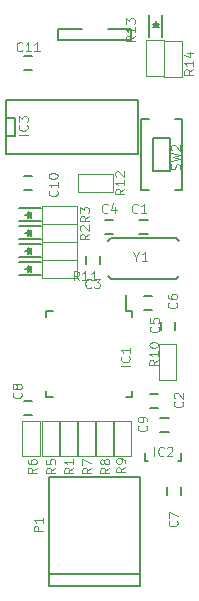
<source format=gto>
G04 #@! TF.FileFunction,Legend,Top*
%FSLAX46Y46*%
G04 Gerber Fmt 4.6, Leading zero omitted, Abs format (unit mm)*
G04 Created by KiCad (PCBNEW 4.0.0-rc2-stable) date 17/02/2016 11:29:09*
%MOMM*%
G01*
G04 APERTURE LIST*
%ADD10C,0.100000*%
%ADD11C,0.150000*%
%ADD12C,0.105000*%
G04 APERTURE END LIST*
D10*
D11*
X84990360Y89877900D02*
X85752360Y89877900D01*
X85752360Y89877900D02*
X85752360Y88353900D01*
X85752360Y88353900D02*
X84990360Y88353900D01*
X96166360Y91401900D02*
X96166360Y86829900D01*
X96166360Y86829900D02*
X84990360Y86829900D01*
X84990360Y86829900D02*
X84990360Y91401900D01*
X84990360Y91401900D02*
X96166360Y91401900D01*
D10*
X96872360Y96457900D02*
X96872360Y93457900D01*
X96872360Y93457900D02*
X98372360Y93457900D01*
X98372360Y93457900D02*
X98372360Y96457900D01*
X98372360Y96457900D02*
X96872360Y96457900D01*
D11*
X93403360Y81279900D02*
X94103360Y81279900D01*
X94103360Y80079900D02*
X93403360Y80079900D01*
X92956360Y78235900D02*
X92956360Y77535900D01*
X91756360Y77535900D02*
X91756360Y78235900D01*
X93924360Y79762900D02*
X93674360Y79512900D01*
X99424360Y79762900D02*
X93924360Y79762900D01*
X99674360Y79512900D02*
X99424360Y79762900D01*
X99424360Y76262900D02*
X99674360Y76512900D01*
X96674360Y76262900D02*
X99424360Y76262900D01*
X93924360Y76262900D02*
X93674360Y76512900D01*
X96674360Y76262900D02*
X93924360Y76262900D01*
X95695360Y73537900D02*
X95170360Y73537900D01*
X95695360Y66287900D02*
X95170360Y66287900D01*
X88445360Y66287900D02*
X88970360Y66287900D01*
X88445360Y73537900D02*
X88970360Y73537900D01*
X95695360Y73537900D02*
X95695360Y73012900D01*
X88445360Y73537900D02*
X88445360Y73012900D01*
X88445360Y66287900D02*
X88445360Y66812900D01*
X95695360Y66287900D02*
X95695360Y66812900D01*
X95170360Y73537900D02*
X95170360Y74912900D01*
X98102360Y64515900D02*
X98802360Y64515900D01*
X98802360Y63315900D02*
X98102360Y63315900D01*
X87995360Y77673900D02*
X86095360Y77673900D01*
X87995360Y76573900D02*
X86095360Y76573900D01*
X87095360Y77123900D02*
X86645360Y77123900D01*
X87145360Y76873900D02*
X87145360Y77373900D01*
X87145360Y77123900D02*
X86895360Y76873900D01*
X86895360Y76873900D02*
X86895360Y77373900D01*
X86895360Y77373900D02*
X87145360Y77123900D01*
X88637800Y51289560D02*
X96339080Y51289560D01*
X88637800Y50288800D02*
X96339080Y50288800D01*
X96339080Y50288800D02*
X96339080Y59488680D01*
X96339080Y59488680D02*
X88637800Y59488680D01*
X88637800Y59488680D02*
X88637800Y50288800D01*
X97024360Y80079900D02*
X96324360Y80079900D01*
X96324360Y81279900D02*
X97024360Y81279900D01*
X97913360Y65347900D02*
X97213360Y65347900D01*
X97213360Y66547900D02*
X97913360Y66547900D01*
X99306360Y72647900D02*
X99306360Y71947900D01*
X98106360Y71947900D02*
X98106360Y72647900D01*
X97405360Y73602900D02*
X96705360Y73602900D01*
X96705360Y74802900D02*
X97405360Y74802900D01*
X98614360Y57977900D02*
X98614360Y58677900D01*
X99814360Y58677900D02*
X99814360Y57977900D01*
X87245360Y64712900D02*
X86545360Y64712900D01*
X86545360Y65912900D02*
X87245360Y65912900D01*
X86545360Y84962900D02*
X87245360Y84962900D01*
X87245360Y83762900D02*
X86545360Y83762900D01*
X86545360Y95122900D02*
X87245360Y95122900D01*
X87245360Y93922900D02*
X86545360Y93922900D01*
X87995360Y80721900D02*
X86095360Y80721900D01*
X87995360Y79621900D02*
X86095360Y79621900D01*
X87095360Y80171900D02*
X86645360Y80171900D01*
X87145360Y79921900D02*
X87145360Y80421900D01*
X87145360Y80171900D02*
X86895360Y79921900D01*
X86895360Y79921900D02*
X86895360Y80421900D01*
X86895360Y80421900D02*
X87145360Y80171900D01*
X87995360Y82245900D02*
X86095360Y82245900D01*
X87995360Y81145900D02*
X86095360Y81145900D01*
X87095360Y81695900D02*
X86645360Y81695900D01*
X87145360Y81445900D02*
X87145360Y81945900D01*
X87145360Y81695900D02*
X86895360Y81445900D01*
X86895360Y81445900D02*
X86895360Y81945900D01*
X86895360Y81945900D02*
X87145360Y81695900D01*
X87995360Y79197900D02*
X86095360Y79197900D01*
X87995360Y78097900D02*
X86095360Y78097900D01*
X87095360Y78647900D02*
X86645360Y78647900D01*
X87145360Y78397900D02*
X87145360Y78897900D01*
X87145360Y78647900D02*
X86895360Y78397900D01*
X86895360Y78397900D02*
X86895360Y78897900D01*
X86895360Y78897900D02*
X87145360Y78647900D01*
X98240360Y96749746D02*
X98240360Y98649746D01*
X97140360Y96749746D02*
X97140360Y98649746D01*
X97690360Y97649746D02*
X97690360Y98099746D01*
X97440360Y97599746D02*
X97940360Y97599746D01*
X97690360Y97599746D02*
X97440360Y97849746D01*
X97440360Y97849746D02*
X97940360Y97849746D01*
X97940360Y97849746D02*
X97690360Y97599746D01*
X97026200Y60852660D02*
X97074460Y60852660D01*
X99825180Y61553700D02*
X99825180Y60852660D01*
X99825180Y60852660D02*
X99576260Y60852660D01*
X97026200Y60852660D02*
X96825540Y60852660D01*
X96825540Y60852660D02*
X96825540Y61553700D01*
X98898360Y88173900D02*
X98898360Y85373900D01*
X98898360Y85373900D02*
X97498360Y85373900D01*
X97498360Y85373900D02*
X97498360Y88173900D01*
X97498360Y88173900D02*
X98898360Y88173900D01*
X99948360Y83773900D02*
X99298360Y83773900D01*
X96448360Y83773900D02*
X97098360Y83773900D01*
X97098360Y89773900D02*
X96448360Y89773900D01*
X99948360Y89773900D02*
X99298360Y89773900D01*
X99948360Y83773900D02*
X99948360Y89773900D01*
X96448360Y89773900D02*
X96448360Y83773900D01*
D10*
X86399360Y64272900D02*
X86399360Y61272900D01*
X86399360Y61272900D02*
X87899360Y61272900D01*
X87899360Y61272900D02*
X87899360Y64272900D01*
X87899360Y64272900D02*
X86399360Y64272900D01*
X92598360Y61272900D02*
X92598360Y64272900D01*
X92598360Y64272900D02*
X91098360Y64272900D01*
X91098360Y64272900D02*
X91098360Y61272900D01*
X91098360Y61272900D02*
X92598360Y61272900D01*
X94122360Y61272900D02*
X94122360Y64272900D01*
X94122360Y64272900D02*
X92622360Y64272900D01*
X92622360Y64272900D02*
X92622360Y61272900D01*
X92622360Y61272900D02*
X94122360Y61272900D01*
X94146360Y64272900D02*
X94146360Y61272900D01*
X94146360Y61272900D02*
X95646360Y61272900D01*
X95646360Y61272900D02*
X95646360Y64272900D01*
X95646360Y64272900D02*
X94146360Y64272900D01*
X89574360Y64272900D02*
X89574360Y61272900D01*
X89574360Y61272900D02*
X91074360Y61272900D01*
X91074360Y61272900D02*
X91074360Y64272900D01*
X91074360Y64272900D02*
X89574360Y64272900D01*
X89550360Y61272900D02*
X89550360Y64272900D01*
X89550360Y64272900D02*
X88050360Y64272900D01*
X88050360Y64272900D02*
X88050360Y61272900D01*
X88050360Y61272900D02*
X89550360Y61272900D01*
X99896360Y93403900D02*
X99896360Y96403900D01*
X99896360Y96403900D02*
X98396360Y96403900D01*
X98396360Y96403900D02*
X98396360Y93403900D01*
X98396360Y93403900D02*
X99896360Y93403900D01*
X91062360Y80921900D02*
X88062360Y80921900D01*
X88062360Y80921900D02*
X88062360Y79421900D01*
X88062360Y79421900D02*
X91062360Y79421900D01*
X91062360Y79421900D02*
X91062360Y80921900D01*
X91062360Y82445900D02*
X88062360Y82445900D01*
X88062360Y82445900D02*
X88062360Y80945900D01*
X88062360Y80945900D02*
X91062360Y80945900D01*
X91062360Y80945900D02*
X91062360Y82445900D01*
X91065360Y79397900D02*
X88065360Y79397900D01*
X88065360Y79397900D02*
X88065360Y77897900D01*
X88065360Y77897900D02*
X91065360Y77897900D01*
X91065360Y77897900D02*
X91065360Y79397900D01*
X91065360Y77873900D02*
X88065360Y77873900D01*
X88065360Y77873900D02*
X88065360Y76373900D01*
X88065360Y76373900D02*
X91065360Y76373900D01*
X91065360Y76373900D02*
X91065360Y77873900D01*
X94110360Y85112900D02*
X91110360Y85112900D01*
X91110360Y85112900D02*
X91110360Y83612900D01*
X91110360Y83612900D02*
X94110360Y83612900D01*
X94110360Y83612900D02*
X94110360Y85112900D01*
X99456360Y67749900D02*
X99456360Y70749900D01*
X99456360Y70749900D02*
X97956360Y70749900D01*
X97956360Y70749900D02*
X97956360Y67749900D01*
X97956360Y67749900D02*
X99456360Y67749900D01*
D11*
X95642360Y96489900D02*
X95642360Y97389900D01*
X89442360Y96489900D02*
X89442360Y97389900D01*
X89442360Y97389900D02*
X91442360Y97389900D01*
X95642360Y97389900D02*
X93642360Y97389900D01*
X95642360Y96489900D02*
X89442360Y96489900D01*
D12*
X86863670Y88489126D02*
X86091510Y88489126D01*
X86790131Y89298055D02*
X86826901Y89261285D01*
X86863670Y89150977D01*
X86863670Y89077438D01*
X86826901Y88967129D01*
X86753362Y88893590D01*
X86679823Y88856821D01*
X86532745Y88820051D01*
X86422436Y88820051D01*
X86275358Y88856821D01*
X86201819Y88893590D01*
X86128280Y88967129D01*
X86091510Y89077438D01*
X86091510Y89150977D01*
X86128280Y89261285D01*
X86165050Y89298055D01*
X86091510Y89555442D02*
X86091510Y90033445D01*
X86385667Y89776059D01*
X86385667Y89886367D01*
X86422436Y89959906D01*
X86459206Y89996676D01*
X86532745Y90033445D01*
X86716592Y90033445D01*
X86790131Y89996676D01*
X86826901Y89959906D01*
X86863670Y89886367D01*
X86863670Y89665750D01*
X86826901Y89592211D01*
X86790131Y89555442D01*
X95934590Y96852982D02*
X95566895Y96595595D01*
X95934590Y96411748D02*
X95162430Y96411748D01*
X95162430Y96705904D01*
X95199200Y96779443D01*
X95235970Y96816212D01*
X95309509Y96852982D01*
X95419817Y96852982D01*
X95493356Y96816212D01*
X95530126Y96779443D01*
X95566895Y96705904D01*
X95566895Y96411748D01*
X95934590Y97588372D02*
X95934590Y97147138D01*
X95934590Y97367755D02*
X95162430Y97367755D01*
X95272739Y97294216D01*
X95346278Y97220677D01*
X95383048Y97147138D01*
X95162430Y97845759D02*
X95162430Y98323762D01*
X95456587Y98066376D01*
X95456587Y98176684D01*
X95493356Y98250223D01*
X95530126Y98286993D01*
X95603665Y98323762D01*
X95787512Y98323762D01*
X95861051Y98286993D01*
X95897821Y98250223D01*
X95934590Y98176684D01*
X95934590Y97956067D01*
X95897821Y97882528D01*
X95861051Y97845759D01*
X93624667Y81928129D02*
X93587897Y81891359D01*
X93477589Y81854590D01*
X93404050Y81854590D01*
X93293741Y81891359D01*
X93220202Y81964898D01*
X93183433Y82038437D01*
X93146663Y82185515D01*
X93146663Y82295824D01*
X93183433Y82442902D01*
X93220202Y82516441D01*
X93293741Y82589980D01*
X93404050Y82626750D01*
X93477589Y82626750D01*
X93587897Y82589980D01*
X93624667Y82553210D01*
X94286518Y82369363D02*
X94286518Y81854590D01*
X94102671Y82663519D02*
X93918823Y82111976D01*
X94396827Y82111976D01*
X92227667Y75578129D02*
X92190897Y75541359D01*
X92080589Y75504590D01*
X92007050Y75504590D01*
X91896741Y75541359D01*
X91823202Y75614898D01*
X91786433Y75688437D01*
X91749663Y75835515D01*
X91749663Y75945824D01*
X91786433Y76092902D01*
X91823202Y76166441D01*
X91896741Y76239980D01*
X92007050Y76276750D01*
X92080589Y76276750D01*
X92190897Y76239980D01*
X92227667Y76203210D01*
X92485054Y76276750D02*
X92963057Y76276750D01*
X92705671Y75982593D01*
X92815979Y75982593D01*
X92889518Y75945824D01*
X92926288Y75909054D01*
X92963057Y75835515D01*
X92963057Y75651668D01*
X92926288Y75578129D01*
X92889518Y75541359D01*
X92815979Y75504590D01*
X92595362Y75504590D01*
X92521823Y75541359D01*
X92485054Y75578129D01*
X96056666Y78158285D02*
X96056666Y77790590D01*
X95799279Y78562750D02*
X96056666Y78158285D01*
X96314052Y78562750D01*
X96975903Y77790590D02*
X96534669Y77790590D01*
X96755286Y77790590D02*
X96755286Y78562750D01*
X96681747Y78452441D01*
X96608208Y78378902D01*
X96534669Y78342132D01*
X95513670Y68905126D02*
X94741510Y68905126D01*
X95440131Y69714055D02*
X95476901Y69677285D01*
X95513670Y69566977D01*
X95513670Y69493438D01*
X95476901Y69383129D01*
X95403362Y69309590D01*
X95329823Y69272821D01*
X95182745Y69236051D01*
X95072436Y69236051D01*
X94925358Y69272821D01*
X94851819Y69309590D01*
X94778280Y69383129D01*
X94741510Y69493438D01*
X94741510Y69566977D01*
X94778280Y69677285D01*
X94815050Y69714055D01*
X95513670Y70449445D02*
X95513670Y70008211D01*
X95513670Y70228828D02*
X94741510Y70228828D01*
X94851819Y70155289D01*
X94925358Y70081750D01*
X94962128Y70008211D01*
X96882131Y63841207D02*
X96918901Y63804437D01*
X96955670Y63694129D01*
X96955670Y63620590D01*
X96918901Y63510281D01*
X96845362Y63436742D01*
X96771823Y63399973D01*
X96624745Y63363203D01*
X96514436Y63363203D01*
X96367358Y63399973D01*
X96293819Y63436742D01*
X96220280Y63510281D01*
X96183510Y63620590D01*
X96183510Y63694129D01*
X96220280Y63804437D01*
X96257050Y63841207D01*
X96955670Y64208902D02*
X96955670Y64355980D01*
X96918901Y64429519D01*
X96882131Y64466289D01*
X96771823Y64539828D01*
X96624745Y64576597D01*
X96330589Y64576597D01*
X96257050Y64539828D01*
X96220280Y64503058D01*
X96183510Y64429519D01*
X96183510Y64282441D01*
X96220280Y64208902D01*
X96257050Y64172133D01*
X96330589Y64135363D01*
X96514436Y64135363D01*
X96587975Y64172133D01*
X96624745Y64208902D01*
X96661514Y64282441D01*
X96661514Y64429519D01*
X96624745Y64503058D01*
X96587975Y64539828D01*
X96514436Y64576597D01*
X88138750Y54890813D02*
X87366590Y54890813D01*
X87366590Y55184969D01*
X87403360Y55258508D01*
X87440130Y55295277D01*
X87513669Y55332047D01*
X87623977Y55332047D01*
X87697516Y55295277D01*
X87734286Y55258508D01*
X87771055Y55184969D01*
X87771055Y54890813D01*
X88138750Y56067437D02*
X88138750Y55626203D01*
X88138750Y55846820D02*
X87366590Y55846820D01*
X87476899Y55773281D01*
X87550438Y55699742D01*
X87587208Y55626203D01*
X96164667Y81928129D02*
X96127897Y81891359D01*
X96017589Y81854590D01*
X95944050Y81854590D01*
X95833741Y81891359D01*
X95760202Y81964898D01*
X95723433Y82038437D01*
X95686663Y82185515D01*
X95686663Y82295824D01*
X95723433Y82442902D01*
X95760202Y82516441D01*
X95833741Y82589980D01*
X95944050Y82626750D01*
X96017589Y82626750D01*
X96127897Y82589980D01*
X96164667Y82553210D01*
X96900057Y81854590D02*
X96458823Y81854590D01*
X96679440Y81854590D02*
X96679440Y82626750D01*
X96605901Y82516441D01*
X96532362Y82442902D01*
X96458823Y82406132D01*
X99930131Y65873207D02*
X99966901Y65836437D01*
X100003670Y65726129D01*
X100003670Y65652590D01*
X99966901Y65542281D01*
X99893362Y65468742D01*
X99819823Y65431973D01*
X99672745Y65395203D01*
X99562436Y65395203D01*
X99415358Y65431973D01*
X99341819Y65468742D01*
X99268280Y65542281D01*
X99231510Y65652590D01*
X99231510Y65726129D01*
X99268280Y65836437D01*
X99305050Y65873207D01*
X99305050Y66167363D02*
X99268280Y66204133D01*
X99231510Y66277672D01*
X99231510Y66461519D01*
X99268280Y66535058D01*
X99305050Y66571828D01*
X99378589Y66608597D01*
X99452128Y66608597D01*
X99562436Y66571828D01*
X100003670Y66130594D01*
X100003670Y66608597D01*
X97898131Y72223207D02*
X97934901Y72186437D01*
X97971670Y72076129D01*
X97971670Y72002590D01*
X97934901Y71892281D01*
X97861362Y71818742D01*
X97787823Y71781973D01*
X97640745Y71745203D01*
X97530436Y71745203D01*
X97383358Y71781973D01*
X97309819Y71818742D01*
X97236280Y71892281D01*
X97199510Y72002590D01*
X97199510Y72076129D01*
X97236280Y72186437D01*
X97273050Y72223207D01*
X97199510Y72921828D02*
X97199510Y72554133D01*
X97567206Y72517363D01*
X97530436Y72554133D01*
X97493667Y72627672D01*
X97493667Y72811519D01*
X97530436Y72885058D01*
X97567206Y72921828D01*
X97640745Y72958597D01*
X97824592Y72958597D01*
X97898131Y72921828D01*
X97934901Y72885058D01*
X97971670Y72811519D01*
X97971670Y72627672D01*
X97934901Y72554133D01*
X97898131Y72517363D01*
X99422131Y74255207D02*
X99458901Y74218437D01*
X99495670Y74108129D01*
X99495670Y74034590D01*
X99458901Y73924281D01*
X99385362Y73850742D01*
X99311823Y73813973D01*
X99164745Y73777203D01*
X99054436Y73777203D01*
X98907358Y73813973D01*
X98833819Y73850742D01*
X98760280Y73924281D01*
X98723510Y74034590D01*
X98723510Y74108129D01*
X98760280Y74218437D01*
X98797050Y74255207D01*
X98723510Y74917058D02*
X98723510Y74769980D01*
X98760280Y74696441D01*
X98797050Y74659672D01*
X98907358Y74586133D01*
X99054436Y74549363D01*
X99348592Y74549363D01*
X99422131Y74586133D01*
X99458901Y74622902D01*
X99495670Y74696441D01*
X99495670Y74843519D01*
X99458901Y74917058D01*
X99422131Y74953828D01*
X99348592Y74990597D01*
X99164745Y74990597D01*
X99091206Y74953828D01*
X99054436Y74917058D01*
X99017667Y74843519D01*
X99017667Y74696441D01*
X99054436Y74622902D01*
X99091206Y74586133D01*
X99164745Y74549363D01*
X99490131Y55786207D02*
X99526901Y55749437D01*
X99563670Y55639129D01*
X99563670Y55565590D01*
X99526901Y55455281D01*
X99453362Y55381742D01*
X99379823Y55344973D01*
X99232745Y55308203D01*
X99122436Y55308203D01*
X98975358Y55344973D01*
X98901819Y55381742D01*
X98828280Y55455281D01*
X98791510Y55565590D01*
X98791510Y55639129D01*
X98828280Y55749437D01*
X98865050Y55786207D01*
X98791510Y56043594D02*
X98791510Y56558367D01*
X99563670Y56227441D01*
X86282131Y66635207D02*
X86318901Y66598437D01*
X86355670Y66488129D01*
X86355670Y66414590D01*
X86318901Y66304281D01*
X86245362Y66230742D01*
X86171823Y66193973D01*
X86024745Y66157203D01*
X85914436Y66157203D01*
X85767358Y66193973D01*
X85693819Y66230742D01*
X85620280Y66304281D01*
X85583510Y66414590D01*
X85583510Y66488129D01*
X85620280Y66598437D01*
X85657050Y66635207D01*
X85914436Y67076441D02*
X85877667Y67002902D01*
X85840897Y66966133D01*
X85767358Y66929363D01*
X85730589Y66929363D01*
X85657050Y66966133D01*
X85620280Y67002902D01*
X85583510Y67076441D01*
X85583510Y67223519D01*
X85620280Y67297058D01*
X85657050Y67333828D01*
X85730589Y67370597D01*
X85767358Y67370597D01*
X85840897Y67333828D01*
X85877667Y67297058D01*
X85914436Y67223519D01*
X85914436Y67076441D01*
X85951206Y67002902D01*
X85987975Y66966133D01*
X86061514Y66929363D01*
X86208592Y66929363D01*
X86282131Y66966133D01*
X86318901Y67002902D01*
X86355670Y67076441D01*
X86355670Y67223519D01*
X86318901Y67297058D01*
X86282131Y67333828D01*
X86208592Y67370597D01*
X86061514Y67370597D01*
X85987975Y67333828D01*
X85951206Y67297058D01*
X85914436Y67223519D01*
X89330131Y83739512D02*
X89366901Y83702742D01*
X89403670Y83592434D01*
X89403670Y83518895D01*
X89366901Y83408586D01*
X89293362Y83335047D01*
X89219823Y83298278D01*
X89072745Y83261508D01*
X88962436Y83261508D01*
X88815358Y83298278D01*
X88741819Y83335047D01*
X88668280Y83408586D01*
X88631510Y83518895D01*
X88631510Y83592434D01*
X88668280Y83702742D01*
X88705050Y83739512D01*
X89403670Y84474902D02*
X89403670Y84033668D01*
X89403670Y84254285D02*
X88631510Y84254285D01*
X88741819Y84180746D01*
X88815358Y84107207D01*
X88852128Y84033668D01*
X88631510Y84952906D02*
X88631510Y85026445D01*
X88668280Y85099984D01*
X88705050Y85136753D01*
X88778589Y85173523D01*
X88925667Y85210292D01*
X89109514Y85210292D01*
X89256592Y85173523D01*
X89330131Y85136753D01*
X89366901Y85099984D01*
X89403670Y85026445D01*
X89403670Y84952906D01*
X89366901Y84879367D01*
X89330131Y84842597D01*
X89256592Y84805828D01*
X89109514Y84769058D01*
X88925667Y84769058D01*
X88778589Y84805828D01*
X88705050Y84842597D01*
X88668280Y84879367D01*
X88631510Y84952906D01*
X86398972Y95618729D02*
X86362202Y95581959D01*
X86251894Y95545190D01*
X86178355Y95545190D01*
X86068046Y95581959D01*
X85994507Y95655498D01*
X85957738Y95729037D01*
X85920968Y95876115D01*
X85920968Y95986424D01*
X85957738Y96133502D01*
X85994507Y96207041D01*
X86068046Y96280580D01*
X86178355Y96317350D01*
X86251894Y96317350D01*
X86362202Y96280580D01*
X86398972Y96243810D01*
X87134362Y95545190D02*
X86693128Y95545190D01*
X86913745Y95545190D02*
X86913745Y96317350D01*
X86840206Y96207041D01*
X86766667Y96133502D01*
X86693128Y96096732D01*
X87869752Y95545190D02*
X87428518Y95545190D01*
X87649135Y95545190D02*
X87649135Y96317350D01*
X87575596Y96207041D01*
X87502057Y96133502D01*
X87428518Y96096732D01*
X97571586Y61280590D02*
X97571586Y62052750D01*
X98380515Y61354129D02*
X98343745Y61317359D01*
X98233437Y61280590D01*
X98159898Y61280590D01*
X98049589Y61317359D01*
X97976050Y61390898D01*
X97939281Y61464437D01*
X97902511Y61611515D01*
X97902511Y61721824D01*
X97939281Y61868902D01*
X97976050Y61942441D01*
X98049589Y62015980D01*
X98159898Y62052750D01*
X98233437Y62052750D01*
X98343745Y62015980D01*
X98380515Y61979210D01*
X98674671Y61979210D02*
X98711441Y62015980D01*
X98784980Y62052750D01*
X98968827Y62052750D01*
X99042366Y62015980D01*
X99079136Y61979210D01*
X99115905Y61905671D01*
X99115905Y61832132D01*
X99079136Y61721824D01*
X98637902Y61280590D01*
X99115905Y61280590D01*
X99712901Y85544354D02*
X99749670Y85654663D01*
X99749670Y85838510D01*
X99712901Y85912049D01*
X99676131Y85948819D01*
X99602592Y85985588D01*
X99529053Y85985588D01*
X99455514Y85948819D01*
X99418745Y85912049D01*
X99381975Y85838510D01*
X99345206Y85691432D01*
X99308436Y85617893D01*
X99271667Y85581124D01*
X99198128Y85544354D01*
X99124589Y85544354D01*
X99051050Y85581124D01*
X99014280Y85617893D01*
X98977510Y85691432D01*
X98977510Y85875280D01*
X99014280Y85985588D01*
X98977510Y86242975D02*
X99749670Y86426822D01*
X99198128Y86573900D01*
X99749670Y86720978D01*
X98977510Y86904826D01*
X99051050Y87162213D02*
X99014280Y87198983D01*
X98977510Y87272522D01*
X98977510Y87456369D01*
X99014280Y87529908D01*
X99051050Y87566678D01*
X99124589Y87603447D01*
X99198128Y87603447D01*
X99308436Y87566678D01*
X99749670Y87125444D01*
X99749670Y87603447D01*
X87620590Y60276982D02*
X87252895Y60019595D01*
X87620590Y59835748D02*
X86848430Y59835748D01*
X86848430Y60129904D01*
X86885200Y60203443D01*
X86921970Y60240212D01*
X86995509Y60276982D01*
X87105817Y60276982D01*
X87179356Y60240212D01*
X87216126Y60203443D01*
X87252895Y60129904D01*
X87252895Y59835748D01*
X86848430Y60938833D02*
X86848430Y60791755D01*
X86885200Y60718216D01*
X86921970Y60681447D01*
X87032278Y60607908D01*
X87179356Y60571138D01*
X87473512Y60571138D01*
X87547051Y60607908D01*
X87583821Y60644677D01*
X87620590Y60718216D01*
X87620590Y60865294D01*
X87583821Y60938833D01*
X87547051Y60975603D01*
X87473512Y61012372D01*
X87289665Y61012372D01*
X87216126Y60975603D01*
X87179356Y60938833D01*
X87142587Y60865294D01*
X87142587Y60718216D01*
X87179356Y60644677D01*
X87216126Y60607908D01*
X87289665Y60571138D01*
X92251590Y60276982D02*
X91883895Y60019595D01*
X92251590Y59835748D02*
X91479430Y59835748D01*
X91479430Y60129904D01*
X91516200Y60203443D01*
X91552970Y60240212D01*
X91626509Y60276982D01*
X91736817Y60276982D01*
X91810356Y60240212D01*
X91847126Y60203443D01*
X91883895Y60129904D01*
X91883895Y59835748D01*
X91479430Y60534369D02*
X91479430Y61049142D01*
X92251590Y60718216D01*
X93775590Y60276982D02*
X93407895Y60019595D01*
X93775590Y59835748D02*
X93003430Y59835748D01*
X93003430Y60129904D01*
X93040200Y60203443D01*
X93076970Y60240212D01*
X93150509Y60276982D01*
X93260817Y60276982D01*
X93334356Y60240212D01*
X93371126Y60203443D01*
X93407895Y60129904D01*
X93407895Y59835748D01*
X93334356Y60718216D02*
X93297587Y60644677D01*
X93260817Y60607908D01*
X93187278Y60571138D01*
X93150509Y60571138D01*
X93076970Y60607908D01*
X93040200Y60644677D01*
X93003430Y60718216D01*
X93003430Y60865294D01*
X93040200Y60938833D01*
X93076970Y60975603D01*
X93150509Y61012372D01*
X93187278Y61012372D01*
X93260817Y60975603D01*
X93297587Y60938833D01*
X93334356Y60865294D01*
X93334356Y60718216D01*
X93371126Y60644677D01*
X93407895Y60607908D01*
X93481434Y60571138D01*
X93628512Y60571138D01*
X93702051Y60607908D01*
X93738821Y60644677D01*
X93775590Y60718216D01*
X93775590Y60865294D01*
X93738821Y60938833D01*
X93702051Y60975603D01*
X93628512Y61012372D01*
X93481434Y61012372D01*
X93407895Y60975603D01*
X93371126Y60938833D01*
X93334356Y60865294D01*
X95113590Y60337982D02*
X94745895Y60080595D01*
X95113590Y59896748D02*
X94341430Y59896748D01*
X94341430Y60190904D01*
X94378200Y60264443D01*
X94414970Y60301212D01*
X94488509Y60337982D01*
X94598817Y60337982D01*
X94672356Y60301212D01*
X94709126Y60264443D01*
X94745895Y60190904D01*
X94745895Y59896748D01*
X95113590Y60705677D02*
X95113590Y60852755D01*
X95076821Y60926294D01*
X95040051Y60963064D01*
X94929743Y61036603D01*
X94782665Y61073372D01*
X94488509Y61073372D01*
X94414970Y61036603D01*
X94378200Y60999833D01*
X94341430Y60926294D01*
X94341430Y60779216D01*
X94378200Y60705677D01*
X94414970Y60668908D01*
X94488509Y60632138D01*
X94672356Y60632138D01*
X94745895Y60668908D01*
X94782665Y60705677D01*
X94819434Y60779216D01*
X94819434Y60926294D01*
X94782665Y60999833D01*
X94745895Y61036603D01*
X94672356Y61073372D01*
X90727590Y60276982D02*
X90359895Y60019595D01*
X90727590Y59835748D02*
X89955430Y59835748D01*
X89955430Y60129904D01*
X89992200Y60203443D01*
X90028970Y60240212D01*
X90102509Y60276982D01*
X90212817Y60276982D01*
X90286356Y60240212D01*
X90323126Y60203443D01*
X90359895Y60129904D01*
X90359895Y59835748D01*
X90727590Y61012372D02*
X90727590Y60571138D01*
X90727590Y60791755D02*
X89955430Y60791755D01*
X90065739Y60718216D01*
X90139278Y60644677D01*
X90176048Y60571138D01*
X89203590Y60276982D02*
X88835895Y60019595D01*
X89203590Y59835748D02*
X88431430Y59835748D01*
X88431430Y60129904D01*
X88468200Y60203443D01*
X88504970Y60240212D01*
X88578509Y60276982D01*
X88688817Y60276982D01*
X88762356Y60240212D01*
X88799126Y60203443D01*
X88835895Y60129904D01*
X88835895Y59835748D01*
X88431430Y60975603D02*
X88431430Y60607908D01*
X88799126Y60571138D01*
X88762356Y60607908D01*
X88725587Y60681447D01*
X88725587Y60865294D01*
X88762356Y60938833D01*
X88799126Y60975603D01*
X88872665Y61012372D01*
X89056512Y61012372D01*
X89130051Y60975603D01*
X89166821Y60938833D01*
X89203590Y60865294D01*
X89203590Y60681447D01*
X89166821Y60607908D01*
X89130051Y60571138D01*
X100887590Y94004982D02*
X100519895Y93747595D01*
X100887590Y93563748D02*
X100115430Y93563748D01*
X100115430Y93857904D01*
X100152200Y93931443D01*
X100188970Y93968212D01*
X100262509Y94004982D01*
X100372817Y94004982D01*
X100446356Y93968212D01*
X100483126Y93931443D01*
X100519895Y93857904D01*
X100519895Y93563748D01*
X100887590Y94740372D02*
X100887590Y94299138D01*
X100887590Y94519755D02*
X100115430Y94519755D01*
X100225739Y94446216D01*
X100299278Y94372677D01*
X100336048Y94299138D01*
X100372817Y95402223D02*
X100887590Y95402223D01*
X100078661Y95218376D02*
X100630204Y95034528D01*
X100630204Y95512532D01*
X92062590Y80066982D02*
X91694895Y79809595D01*
X92062590Y79625748D02*
X91290430Y79625748D01*
X91290430Y79919904D01*
X91327200Y79993443D01*
X91363970Y80030212D01*
X91437509Y80066982D01*
X91547817Y80066982D01*
X91621356Y80030212D01*
X91658126Y79993443D01*
X91694895Y79919904D01*
X91694895Y79625748D01*
X91363970Y80361138D02*
X91327200Y80397908D01*
X91290430Y80471447D01*
X91290430Y80655294D01*
X91327200Y80728833D01*
X91363970Y80765603D01*
X91437509Y80802372D01*
X91511048Y80802372D01*
X91621356Y80765603D01*
X92062590Y80324369D01*
X92062590Y80802372D01*
X92065590Y81612982D02*
X91697895Y81355595D01*
X92065590Y81171748D02*
X91293430Y81171748D01*
X91293430Y81465904D01*
X91330200Y81539443D01*
X91366970Y81576212D01*
X91440509Y81612982D01*
X91550817Y81612982D01*
X91624356Y81576212D01*
X91661126Y81539443D01*
X91697895Y81465904D01*
X91697895Y81171748D01*
X91293430Y81870369D02*
X91293430Y82348372D01*
X91587587Y82090986D01*
X91587587Y82201294D01*
X91624356Y82274833D01*
X91661126Y82311603D01*
X91734665Y82348372D01*
X91918512Y82348372D01*
X91992051Y82311603D01*
X92028821Y82274833D01*
X92065590Y82201294D01*
X92065590Y81980677D01*
X92028821Y81907138D01*
X91992051Y81870369D01*
X91203442Y76144670D02*
X90946055Y76512365D01*
X90762208Y76144670D02*
X90762208Y76916830D01*
X91056364Y76916830D01*
X91129903Y76880060D01*
X91166672Y76843290D01*
X91203442Y76769751D01*
X91203442Y76659443D01*
X91166672Y76585904D01*
X91129903Y76549134D01*
X91056364Y76512365D01*
X90762208Y76512365D01*
X91938832Y76144670D02*
X91497598Y76144670D01*
X91718215Y76144670D02*
X91718215Y76916830D01*
X91644676Y76806521D01*
X91571137Y76732982D01*
X91497598Y76696212D01*
X92674222Y76144670D02*
X92232988Y76144670D01*
X92453605Y76144670D02*
X92453605Y76916830D01*
X92380066Y76806521D01*
X92306527Y76732982D01*
X92232988Y76696212D01*
X95045590Y83898982D02*
X94677895Y83641595D01*
X95045590Y83457748D02*
X94273430Y83457748D01*
X94273430Y83751904D01*
X94310200Y83825443D01*
X94346970Y83862212D01*
X94420509Y83898982D01*
X94530817Y83898982D01*
X94604356Y83862212D01*
X94641126Y83825443D01*
X94677895Y83751904D01*
X94677895Y83457748D01*
X95045590Y84634372D02*
X95045590Y84193138D01*
X95045590Y84413755D02*
X94273430Y84413755D01*
X94383739Y84340216D01*
X94457278Y84266677D01*
X94494048Y84193138D01*
X94346970Y84928528D02*
X94310200Y84965298D01*
X94273430Y85038837D01*
X94273430Y85222684D01*
X94310200Y85296223D01*
X94346970Y85332993D01*
X94420509Y85369762D01*
X94494048Y85369762D01*
X94604356Y85332993D01*
X95045590Y84891759D01*
X95045590Y85369762D01*
X97907590Y69420982D02*
X97539895Y69163595D01*
X97907590Y68979748D02*
X97135430Y68979748D01*
X97135430Y69273904D01*
X97172200Y69347443D01*
X97208970Y69384212D01*
X97282509Y69420982D01*
X97392817Y69420982D01*
X97466356Y69384212D01*
X97503126Y69347443D01*
X97539895Y69273904D01*
X97539895Y68979748D01*
X97907590Y70156372D02*
X97907590Y69715138D01*
X97907590Y69935755D02*
X97135430Y69935755D01*
X97245739Y69862216D01*
X97319278Y69788677D01*
X97356048Y69715138D01*
X97135430Y70634376D02*
X97135430Y70707915D01*
X97172200Y70781454D01*
X97208970Y70818223D01*
X97282509Y70854993D01*
X97429587Y70891762D01*
X97613434Y70891762D01*
X97760512Y70854993D01*
X97834051Y70818223D01*
X97870821Y70781454D01*
X97907590Y70707915D01*
X97907590Y70634376D01*
X97870821Y70560837D01*
X97834051Y70524067D01*
X97760512Y70487298D01*
X97613434Y70450528D01*
X97429587Y70450528D01*
X97282509Y70487298D01*
X97208970Y70524067D01*
X97172200Y70560837D01*
X97135430Y70634376D01*
M02*

</source>
